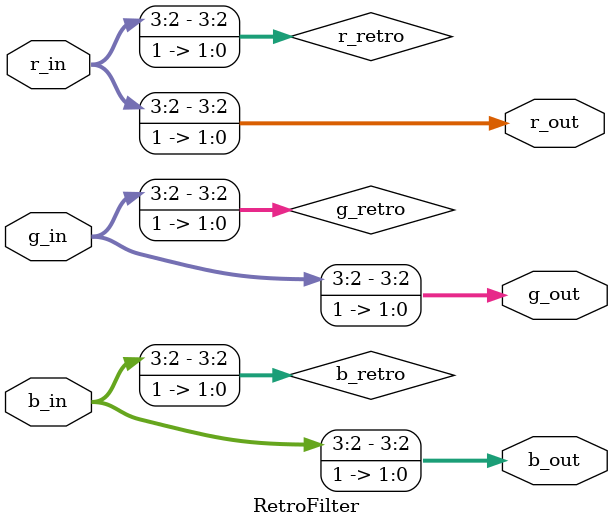
<source format=sv>
`timescale 1ns / 1ps

module MirrorFilter (
    input  logic       mode_quad,   
    input logic [1:0] mirror_sel,  
    input logic [9:0] x_pixel_in,  
    input logic [9:0] y_pixel_in, 
    output logic [9:0] x_pixel_out,
    output logic [9:0] y_pixel_out
);

    localparam int H_TILE_MAX = 10'd319; 
    localparam int V_TILE_MAX = 10'd239;  
    localparam int H_MIDPOINT = 10'd160;  
    localparam int V_MIDPOINT = 10'd120; 


    logic [9:0] base_x, base_y;
    logic [9:0] local_x, local_y;
    logic [9:0] local_x_dec, local_y_dec;
    logic [9:0] x_mirror, y_mirror;

    always_comb begin
        if (!mode_quad) begin

            x_pixel_out = x_pixel_in;
            y_pixel_out = y_pixel_in;
        end else begin

            if (x_pixel_in < 10'd320) base_x = 10'd0;
            else base_x = 10'd320;

            if (y_pixel_in < 10'd240) base_y = 10'd0;
            else base_y = 10'd240;


            local_x = x_pixel_in - base_x;
            local_y = y_pixel_in - base_y;


            x_mirror = H_TILE_MAX - local_x;  
            y_mirror = V_TILE_MAX - local_y; 


            local_x_dec = local_x;
            local_y_dec = local_y;


            if (mirror_sel[0]) begin
                local_x_dec = (local_x < H_MIDPOINT) ? local_x : x_mirror;
            end

            if (mirror_sel[1]) begin
                local_y_dec = (local_y < V_MIDPOINT) ? local_y : y_mirror;
            end


            x_pixel_out = base_x + local_x_dec;
            y_pixel_out = base_y + local_y_dec;
        end
    end

endmodule

module RetroFilter (
    input  logic [3:0] r_in,
    input  logic [3:0] g_in,
    input  logic [3:0] b_in,
    output logic [3:0] r_out,
    output logic [3:0] g_out,
    output logic [3:0] b_out
);
    // logic [3:0] r_retro = {r_in[3:1], 1'b1};
    // logic [3:0] g_retro = {g_in[3:1], 1'b1};
    // logic [3:0] b_retro = {b_in[3:1], 1'b1};

    logic [3:0] r_retro = {
        r_in[3:2], 2'b11
    }; 
    logic [3:0] g_retro = {g_in[3:2], 2'b11};  
    logic [3:0] b_retro = {b_in[3:2], 2'b11};  

    assign r_out = r_retro;
    assign g_out = g_retro;
    assign b_out = b_retro;

endmodule

</source>
